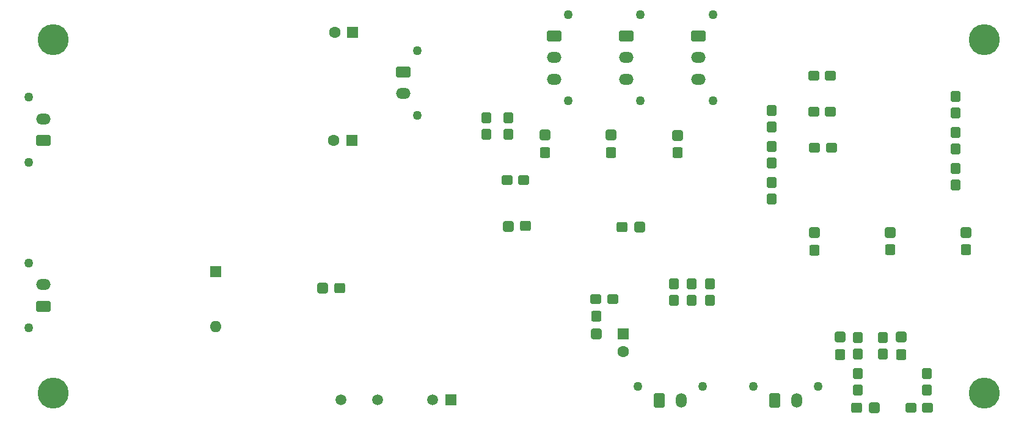
<source format=gbr>
%TF.GenerationSoftware,KiCad,Pcbnew,9.0.0*%
%TF.CreationDate,2025-10-29T06:17:34+08:00*%
%TF.ProjectId,TSAL_G_V4_2,5453414c-5f47-45f5-9634-5f322e6b6963,rev?*%
%TF.SameCoordinates,Original*%
%TF.FileFunction,Soldermask,Bot*%
%TF.FilePolarity,Negative*%
%FSLAX46Y46*%
G04 Gerber Fmt 4.6, Leading zero omitted, Abs format (unit mm)*
G04 Created by KiCad (PCBNEW 9.0.0) date 2025-10-29 06:17:34*
%MOMM*%
%LPD*%
G01*
G04 APERTURE LIST*
G04 Aperture macros list*
%AMRoundRect*
0 Rectangle with rounded corners*
0 $1 Rounding radius*
0 $2 $3 $4 $5 $6 $7 $8 $9 X,Y pos of 4 corners*
0 Add a 4 corners polygon primitive as box body*
4,1,4,$2,$3,$4,$5,$6,$7,$8,$9,$2,$3,0*
0 Add four circle primitives for the rounded corners*
1,1,$1+$1,$2,$3*
1,1,$1+$1,$4,$5*
1,1,$1+$1,$6,$7*
1,1,$1+$1,$8,$9*
0 Add four rect primitives between the rounded corners*
20,1,$1+$1,$2,$3,$4,$5,0*
20,1,$1+$1,$4,$5,$6,$7,0*
20,1,$1+$1,$6,$7,$8,$9,0*
20,1,$1+$1,$8,$9,$2,$3,0*%
G04 Aperture macros list end*
%ADD10C,4.300000*%
%ADD11C,1.270000*%
%ADD12RoundRect,0.250001X0.759999X-0.499999X0.759999X0.499999X-0.759999X0.499999X-0.759999X-0.499999X0*%
%ADD13O,2.020000X1.500000*%
%ADD14RoundRect,0.250001X-0.499999X-0.759999X0.499999X-0.759999X0.499999X0.759999X-0.499999X0.759999X0*%
%ADD15O,1.500000X2.020000*%
%ADD16RoundRect,0.250001X-0.759999X0.499999X-0.759999X-0.499999X0.759999X-0.499999X0.759999X0.499999X0*%
%ADD17R,1.600000X1.600000*%
%ADD18C,1.600000*%
%ADD19R,1.500000X1.500000*%
%ADD20C,1.500000*%
%ADD21O,1.600000X1.600000*%
%ADD22RoundRect,0.305575X-0.460025X-0.412525X0.460025X-0.412525X0.460025X0.412525X-0.460025X0.412525X0*%
%ADD23RoundRect,0.308511X-0.457089X-0.416489X0.457089X-0.416489X0.457089X0.416489X-0.457089X0.416489X0*%
%ADD24RoundRect,0.278125X-0.389375X0.474375X-0.389375X-0.474375X0.389375X-0.474375X0.389375X0.474375X0*%
%ADD25RoundRect,0.278125X-0.474375X-0.389375X0.474375X-0.389375X0.474375X0.389375X-0.474375X0.389375X0*%
%ADD26RoundRect,0.305575X0.412525X-0.460025X0.412525X0.460025X-0.412525X0.460025X-0.412525X-0.460025X0*%
%ADD27RoundRect,0.308511X0.416489X-0.457089X0.416489X0.457089X-0.416489X0.457089X-0.416489X-0.457089X0*%
%ADD28RoundRect,0.305575X0.460025X0.412525X-0.460025X0.412525X-0.460025X-0.412525X0.460025X-0.412525X0*%
%ADD29RoundRect,0.308511X0.457089X0.416489X-0.457089X0.416489X-0.457089X-0.416489X0.457089X-0.416489X0*%
%ADD30RoundRect,0.278125X0.389375X-0.474375X0.389375X0.474375X-0.389375X0.474375X-0.389375X-0.474375X0*%
%ADD31RoundRect,0.278125X0.474375X0.389375X-0.474375X0.389375X-0.474375X-0.389375X0.474375X-0.389375X0*%
%ADD32RoundRect,0.305575X-0.412525X0.460025X-0.412525X-0.460025X0.412525X-0.460025X0.412525X0.460025X0*%
%ADD33RoundRect,0.308511X-0.416489X0.457089X-0.416489X-0.457089X0.416489X-0.457089X0.416489X0.457089X0*%
G04 APERTURE END LIST*
D10*
%TO.C,H3*%
X30500000Y-43500000D03*
%TD*%
D11*
%TO.C,J1*%
X27125000Y-60500000D03*
X27125000Y-51500000D03*
D12*
X29085000Y-57500000D03*
D13*
X29085000Y-54500000D03*
%TD*%
D11*
%TO.C,J4*%
X111500000Y-91625000D03*
X120500000Y-91625000D03*
D14*
X114500000Y-93585000D03*
D15*
X117500000Y-93585000D03*
%TD*%
D10*
%TO.C,H2*%
X159500000Y-92500000D03*
%TD*%
D11*
%TO.C,J5*%
X127500000Y-91625000D03*
X136500000Y-91625000D03*
D14*
X130500000Y-93585000D03*
D15*
X133500000Y-93585000D03*
%TD*%
D11*
%TO.C,J8*%
X80960000Y-45000000D03*
X80960000Y-54000000D03*
D16*
X79000000Y-48000000D03*
D13*
X79000000Y-51000000D03*
%TD*%
D11*
%TO.C,J2*%
X27125000Y-83500000D03*
X27125000Y-74500000D03*
D12*
X29085000Y-80500000D03*
D13*
X29085000Y-77500000D03*
%TD*%
D11*
%TO.C,J3*%
X101875000Y-40000000D03*
X101875000Y-52000000D03*
D16*
X99915000Y-43000000D03*
D13*
X99915000Y-46000000D03*
X99915000Y-49000000D03*
%TD*%
D17*
%TO.C,C22*%
X72000000Y-42500000D03*
D18*
X69500000Y-42500000D03*
%TD*%
D19*
%TO.C,U5*%
X85587500Y-93440000D03*
D20*
X83047500Y-93440000D03*
X75427500Y-93440000D03*
X70347500Y-93440000D03*
%TD*%
D11*
%TO.C,J6*%
X111875000Y-40000000D03*
X111875000Y-52000000D03*
D16*
X109915000Y-43000000D03*
D13*
X109915000Y-46000000D03*
X109915000Y-49000000D03*
%TD*%
D11*
%TO.C,J7*%
X121875000Y-40000000D03*
X121875000Y-52000000D03*
D16*
X119915000Y-43000000D03*
D13*
X119915000Y-46000000D03*
X119915000Y-49000000D03*
%TD*%
D17*
%TO.C,C11*%
X109500000Y-84294888D03*
D18*
X109500000Y-86794888D03*
%TD*%
D17*
%TO.C,D1*%
X53000000Y-75690000D03*
D21*
X53000000Y-83310000D03*
%TD*%
D10*
%TO.C,H4*%
X30500000Y-92500000D03*
%TD*%
D17*
%TO.C,C21*%
X71867677Y-57500000D03*
D18*
X69367677Y-57500000D03*
%TD*%
D10*
%TO.C,H1*%
X159500000Y-43500000D03*
%TD*%
D22*
%TO.C,C14*%
X109284400Y-69506900D03*
D23*
X111715600Y-69500000D03*
%TD*%
D24*
%TO.C,R12*%
X141967500Y-84847500D03*
X141967500Y-87152500D03*
%TD*%
D25*
%TO.C,R33*%
X136000000Y-58532500D03*
X138305000Y-58532500D03*
%TD*%
%TO.C,R36*%
X105695000Y-79500000D03*
X108000000Y-79500000D03*
%TD*%
D26*
%TO.C,C15*%
X136006900Y-72715600D03*
D27*
X136000000Y-70284400D03*
%TD*%
D26*
%TO.C,C17*%
X117006900Y-59215600D03*
D27*
X117000000Y-56784400D03*
%TD*%
D28*
%TO.C,C6*%
X70215600Y-77993100D03*
D29*
X67784400Y-78000000D03*
%TD*%
D30*
%TO.C,R45*%
X93532500Y-56652500D03*
X93532500Y-54347500D03*
%TD*%
D26*
%TO.C,C19*%
X107763042Y-59168100D03*
D27*
X107756142Y-56736900D03*
%TD*%
D24*
%TO.C,R10*%
X141967500Y-89847500D03*
X141967500Y-92152500D03*
%TD*%
D31*
%TO.C,R50*%
X95652500Y-62967500D03*
X93347500Y-62967500D03*
%TD*%
D26*
%TO.C,C18*%
X98601900Y-59168100D03*
D27*
X98595000Y-56736900D03*
%TD*%
D30*
%TO.C,R27*%
X130032500Y-60652500D03*
X130032500Y-58347500D03*
%TD*%
D24*
%TO.C,R48*%
X121467500Y-77347500D03*
X121467500Y-79652500D03*
%TD*%
D30*
%TO.C,R13*%
X151532500Y-92152500D03*
X151532500Y-89847500D03*
%TD*%
D28*
%TO.C,C12*%
X95945600Y-69373100D03*
D29*
X93514400Y-69380000D03*
%TD*%
D30*
%TO.C,R35*%
X155532500Y-63652500D03*
X155532500Y-61347500D03*
%TD*%
D24*
%TO.C,R47*%
X118967500Y-77347500D03*
X118967500Y-79652500D03*
%TD*%
D30*
%TO.C,R25*%
X155532500Y-58652500D03*
X155532500Y-56347500D03*
%TD*%
D22*
%TO.C,C2*%
X141834400Y-94566900D03*
D23*
X144265600Y-94560000D03*
%TD*%
D25*
%TO.C,R22*%
X135847500Y-53532500D03*
X138152500Y-53532500D03*
%TD*%
D30*
%TO.C,R43*%
X90532500Y-56652500D03*
X90532500Y-54347500D03*
%TD*%
D26*
%TO.C,C16*%
X146506900Y-72675600D03*
D27*
X146500000Y-70244400D03*
%TD*%
D26*
%TO.C,C3*%
X148006900Y-87215600D03*
D27*
X148000000Y-84784400D03*
%TD*%
D25*
%TO.C,R14*%
X149347500Y-94532500D03*
X151652500Y-94532500D03*
%TD*%
D30*
%TO.C,R30*%
X130032500Y-55652500D03*
X130032500Y-53347500D03*
%TD*%
%TO.C,R31*%
X155532500Y-53652500D03*
X155532500Y-51347500D03*
%TD*%
D24*
%TO.C,R11*%
X145467500Y-84847500D03*
X145467500Y-87152500D03*
%TD*%
D32*
%TO.C,C20*%
X105763100Y-81880000D03*
D33*
X105770000Y-84311200D03*
%TD*%
D24*
%TO.C,R49*%
X116467500Y-77347500D03*
X116467500Y-79652500D03*
%TD*%
D30*
%TO.C,R20*%
X130032500Y-65652500D03*
X130032500Y-63347500D03*
%TD*%
D26*
%TO.C,C4*%
X139506900Y-87215600D03*
D27*
X139500000Y-84784400D03*
%TD*%
D25*
%TO.C,R29*%
X135847500Y-48532500D03*
X138152500Y-48532500D03*
%TD*%
D26*
%TO.C,C13*%
X157006900Y-72675600D03*
D27*
X157000000Y-70244400D03*
%TD*%
M02*

</source>
